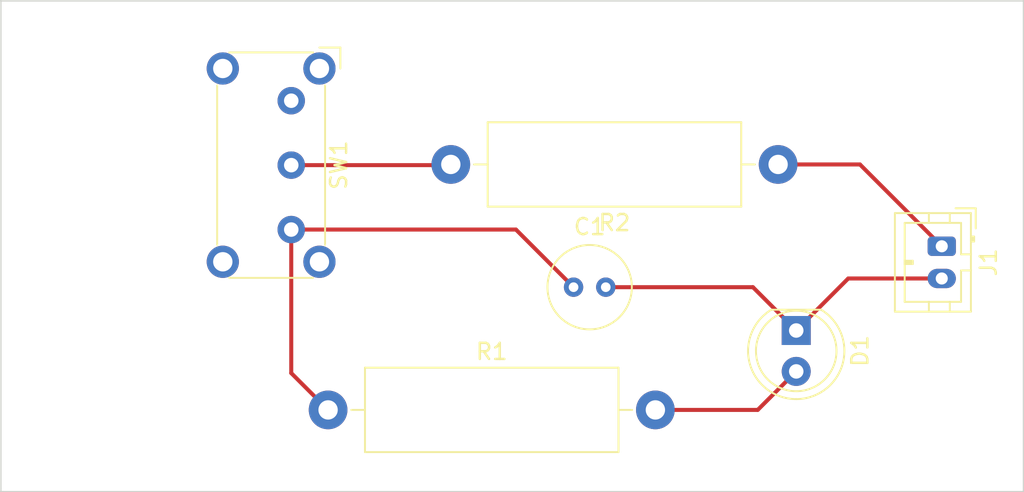
<source format=kicad_pcb>
(kicad_pcb (version 20211014) (generator pcbnew)
  (layers (0 "F.Cu" signal) (31 "B.Cu" signal) (34 "B.Paste" user) (35 "F.Paste" user) (36 "B.SilkS" user "B.Silkscreen") (37 "F.SilkS" user "F.Silkscreen") (38 "B.Mask" user) (39 "F.Mask" user) (44 "Edge.Cuts" user))
  (net 0 "")
  (net 1 "Net-(C1-Pad1)")
  (net 2 "Net-(C1-Pad2)")
  (net 3 "Net-(D1-Pad2)")
  (net 4 "Net-(J1-Pad1)")
  (net 5 "Net-(SW1-Pad2)")
  (footprint "Capacitor_THT:C_Radial_D5.0mm_H5.0mm_P2.00mm" (layer "F.Cu") (at 137.16 91.44)
    (fp_text reference "C1" (at 1 -3.75) (layer "F.SilkS"))
    (fp_text value "4.7 microF")
    (fp_circle (center 1 0) (end 3.62 0) (layer "F.SilkS") (width 0.12) (fill none))
    (pad "1" thru_hole circle (at 0 0) (size 1.2 1.2) (drill 0.6) (layers *.Cu *.Mask) (net 1 "Net-(C1-Pad1)"))
    (pad "2" thru_hole circle (at 2 0) (size 1.2 1.2) (drill 0.6) (layers *.Cu *.Mask) (net 2 "Net-(C1-Pad2)"))
  )
  (footprint "Connector_JST:JST_PH_B2B-PH-K_1x02_P2.00mm_Vertical" (layer "F.Cu") (at 160.02 88.9 -90)
    (fp_text reference "J1" (at 1 -2.9 90) (layer "F.SilkS"))
    (fp_text value "9V")
    (fp_line (start 4.06 -0.5) (end 3.45 -0.5) (layer "F.SilkS") (width 0.12))
    (fp_line (start 4.06 2.91) (end 4.06 -1.81) (layer "F.SilkS") (width 0.12))
    (fp_line (start -0.3 -1.81) (end -0.3 -2.01) (layer "F.SilkS") (width 0.12))
    (fp_line (start 0.9 1.8) (end 1.1 1.8) (layer "F.SilkS") (width 0.12))
    (fp_line (start -1.45 2.3) (end 3.45 2.3) (layer "F.SilkS") (width 0.12))
    (fp_line (start 1.1 1.8) (end 1.1 2.3) (layer "F.SilkS") (width 0.12))
    (fp_line (start -1.11 -2.11) (end -2.36 -2.11) (layer "F.SilkS") (width 0.12))
    (fp_line (start 1 2.3) (end 1 1.8) (layer "F.SilkS") (width 0.12))
    (fp_line (start -2.06 -0.5) (end -1.45 -0.5) (layer "F.SilkS") (width 0.12))
    (fp_line (start 3.45 -1.2) (end 1.5 -1.2) (layer "F.SilkS") (width 0.12))
    (fp_line (start -2.06 2.91) (end 4.06 2.91) (layer "F.SilkS") (width 0.12))
    (fp_line (start 0.5 -1.2) (end -1.45 -1.2) (layer "F.SilkS") (width 0.12))
    (fp_line (start -0.6 -2.01) (end -0.6 -1.81) (layer "F.SilkS") (width 0.12))
    (fp_line (start 0.9 2.3) (end 0.9 1.8) (layer "F.SilkS") (width 0.12))
    (fp_line (start 3.45 2.3) (end 3.45 -1.2) (layer "F.SilkS") (width 0.12))
    (fp_line (start -0.3 -2.01) (end -0.6 -2.01) (layer "F.SilkS") (width 0.12))
    (fp_line (start -2.06 -1.81) (end -2.06 2.91) (layer "F.SilkS") (width 0.12))
    (fp_line (start 4.06 -1.81) (end -2.06 -1.81) (layer "F.SilkS") (width 0.12))
    (fp_line (start 0.5 -1.81) (end 0.5 -1.2) (layer "F.SilkS") (width 0.12))
    (fp_line (start -2.06 0.8) (end -1.45 0.8) (layer "F.SilkS") (width 0.12))
    (fp_line (start -2.36 -2.11) (end -2.36 -0.86) (layer "F.SilkS") (width 0.12))
    (fp_line (start -0.3 -1.91) (end -0.6 -1.91) (layer "F.SilkS") (width 0.12))
    (fp_line (start 1.5 -1.2) (end 1.5 -1.81) (layer "F.SilkS") (width 0.12))
    (fp_line (start -1.45 -1.2) (end -1.45 2.3) (layer "F.SilkS") (width 0.12))
    (fp_line (start 4.06 0.8) (end 3.45 0.8) (layer "F.SilkS") (width 0.12))
    (pad "1" thru_hole roundrect (at 0 0 270) (size 1.2 1.75) (drill 0.75) (layers *.Cu *.Mask) (roundrect_rratio 0.208333) (net 4 "Net-(J1-Pad1)"))
    (pad "2" thru_hole oval (at 2 0 270) (size 1.2 1.75) (drill 0.75) (layers *.Cu *.Mask) (net 2 "Net-(C1-Pad2)"))
  )
  (footprint "Resistor_THT:R_Axial_DIN0516_L15.5mm_D5.0mm_P20.32mm_Horizontal" (layer "F.Cu") (at 149.86 83.82 180)
    (fp_text reference "R2" (at 10.16 -3.62) (layer "F.SilkS"))
    (fp_text value "2.2K")
    (fp_line (start 2.29 2.62) (end 18.03 2.62) (layer "F.SilkS") (width 0.12))
    (fp_line (start 2.29 -2.62) (end 2.29 2.62) (layer "F.SilkS") (width 0.12))
    (fp_line (start 1.44 0) (end 2.29 0) (layer "F.SilkS") (width 0.12))
    (fp_line (start 18.88 0) (end 18.03 0) (layer "F.SilkS") (width 0.12))
    (fp_line (start 18.03 -2.62) (end 2.29 -2.62) (layer "F.SilkS") (width 0.12))
    (fp_line (start 18.03 2.62) (end 18.03 -2.62) (layer "F.SilkS") (width 0.12))
    (pad "1" thru_hole circle (at 0 0 180) (size 2.4 2.4) (drill 1.2) (layers *.Cu *.Mask) (net 4 "Net-(J1-Pad1)"))
    (pad "2" thru_hole oval (at 20.32 0 180) (size 2.4 2.4) (drill 1.2) (layers *.Cu *.Mask) (net 5 "Net-(SW1-Pad2)"))
  )
  (footprint "Resistor_THT:R_Axial_DIN0516_L15.5mm_D5.0mm_P20.32mm_Horizontal" (layer "F.Cu") (at 121.92 99.06)
    (fp_text reference "R1" (at 10.16 -3.62) (layer "F.SilkS"))
    (fp_text value "20k")
    (fp_line (start 18.88 0) (end 18.03 0) (layer "F.SilkS") (width 0.12))
    (fp_line (start 2.29 2.62) (end 18.03 2.62) (layer "F.SilkS") (width 0.12))
    (fp_line (start 1.44 0) (end 2.29 0) (layer "F.SilkS") (width 0.12))
    (fp_line (start 18.03 2.62) (end 18.03 -2.62) (layer "F.SilkS") (width 0.12))
    (fp_line (start 18.03 -2.62) (end 2.29 -2.62) (layer "F.SilkS") (width 0.12))
    (fp_line (start 2.29 -2.62) (end 2.29 2.62) (layer "F.SilkS") (width 0.12))
    (pad "1" thru_hole circle (at 0 0) (size 2.4 2.4) (drill 1.2) (layers *.Cu *.Mask) (net 1 "Net-(C1-Pad1)"))
    (pad "2" thru_hole oval (at 20.32 0) (size 2.4 2.4) (drill 1.2) (layers *.Cu *.Mask) (net 3 "Net-(D1-Pad2)"))
  )
  (footprint "LED_THT:LED_D5.0mm" (layer "F.Cu") (at 150.984908 94.12914 -90)
    (fp_text reference "D1" (at 1.27 -3.96 90) (layer "F.SilkS"))
    (fp_text value "LED")
    (fp_line (start -1.29 -1.545) (end -1.29 1.545) (layer "F.SilkS") (width 0.12))
    (fp_arc (start 4.26 -0.000462) (mid 2.072002 2.880433) (end -1.29 1.54483) (layer "F.SilkS") (width 0.12))
    (fp_arc (start -1.29 -1.54483) (mid 2.072002 -2.880433) (end 4.26 0.000462) (layer "F.SilkS") (width 0.12))
    (fp_circle (center 1.27 0) (end 3.77 0) (layer "F.SilkS") (width 0.12) (fill none))
    (pad "1" thru_hole rect (at 0 0 270) (size 1.8 1.8) (drill 0.9) (layers *.Cu *.Mask) (net 2 "Net-(C1-Pad2)"))
    (pad "2" thru_hole circle (at 2.54 0 270) (size 1.8 1.8) (drill 0.9) (layers *.Cu *.Mask) (net 3 "Net-(D1-Pad2)"))
  )
  (footprint "Button_Switch_THT:SW_E-Switch_EG1224_SPDT_Angled" (layer "F.Cu") (at 119.6325 79.8625 -90)
    (fp_text reference "SW1" (at 4 -2.95 90) (layer "F.SilkS"))
    (fp_text value "SW_SPDT")
    (fp_line (start -3.3 -1.75) (end -3.3 -3.05) (layer "F.SilkS") (width 0.12))
    (fp_line (start 8.95 4.6) (end -0.95 4.6) (layer "F.SilkS") (width 0.12))
    (fp_line (start -0.95 -2.1) (end 8.95 -2.1) (layer "F.SilkS") (width 0.12))
    (fp_line (start -3 3.85) (end -3 -1.35) (layer "F.SilkS") (width 0.12))
    (fp_line (start 11 -1.35) (end 11 3.85) (layer "F.SilkS") (width 0.12))
    (fp_line (start -3.3 -3.05) (end -2 -3.05) (layer "F.SilkS") (width 0.12))
    (pad "" thru_hole circle (at 10 4.25 270) (size 2 2) (drill 1.2) (layers *.Cu *.Mask))
    (pad "" thru_hole circle (at -2 -1.75 270) (size 2 2) (drill 1.2) (layers *.Cu *.Mask))
    (pad "" thru_hole circle (at 10 -1.75 270) (size 2 2) (drill 1.2) (layers *.Cu *.Mask))
    (pad "" thru_hole circle (at -2 4.25 270) (size 2 2) (drill 1.2) (layers *.Cu *.Mask))
    (pad "1" thru_hole circle (at 0 0 270) (size 1.7 1.7) (drill 0.9) (layers *.Cu *.Mask))
    (pad "2" thru_hole circle (at 4 0 270) (size 1.7 1.7) (drill 0.9) (layers *.Cu *.Mask) (net 5 "Net-(SW1-Pad2)"))
    (pad "3" thru_hole circle (at 8 0 270) (size 1.7 1.7) (drill 0.9) (layers *.Cu *.Mask) (net 1 "Net-(C1-Pad1)"))
  )
  (gr_rect (start 101.6 73.66) (end 165.1 104.14) (layer "Edge.Cuts") (width 0.1) (fill none))
  (segment (start 119.6325 96.7725) (end 121.92 99.06) (width 0.25) (layer "F.Cu") (net 1))
  (segment (start 119.6325 87.8625) (end 119.6325 96.7725) (width 0.25) (layer "F.Cu") (net 1))
  (segment (start 133.5825 87.8625) (end 137.16 91.44) (width 0.25) (layer "F.Cu") (net 1))
  (segment (start 119.6325 87.8625) (end 133.5825 87.8625) (width 0.25) (layer "F.Cu") (net 1))
  (segment (start 139.16 91.44) (end 148.295768 91.44) (width 0.25) (layer "F.Cu") (net 2))
  (segment (start 148.295768 91.44) (end 150.984908 94.12914) (width 0.25) (layer "F.Cu") (net 2))
  (segment (start 160.02 90.9) (end 154.214048 90.9) (width 0.25) (layer "F.Cu") (net 2))
  (segment (start 154.214048 90.9) (end 150.984908 94.12914) (width 0.25) (layer "F.Cu") (net 2))
  (segment (start 148.594048 99.06) (end 150.984908 96.66914) (width 0.25) (layer "F.Cu") (net 3))
  (segment (start 142.24 99.06) (end 148.594048 99.06) (width 0.25) (layer "F.Cu") (net 3))
  (segment (start 149.86 83.82) (end 154.94 83.82) (width 0.25) (layer "F.Cu") (net 4))
  (segment (start 154.94 83.82) (end 160.02 88.9) (width 0.25) (layer "F.Cu") (net 4))
  (segment (start 119.6325 83.8625) (end 129.4975 83.8625) (width 0.25) (layer "F.Cu") (net 5))
  (segment (start 119.6325 83.8625) (end 119.4225 83.8625) (width 0.25) (layer "F.Cu") (net 5))
  (segment (start 129.4975 83.8625) (end 129.54 83.82) (width 0.25) (layer "F.Cu") (net 5))
  (segment (start 119.4225 83.8625) (end 119.38 83.82) (width 0.25) (layer "F.Cu") (net 5))
)
</source>
